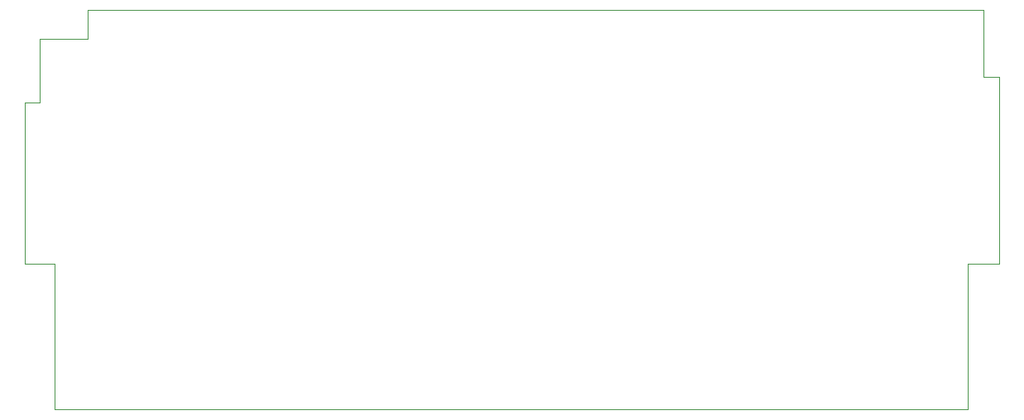
<source format=gbr>
G04 #@! TF.GenerationSoftware,KiCad,Pcbnew,(2016-12-22 revision d365dc590)-master*
G04 #@! TF.CreationDate,2016-12-28T11:12:27+01:00*
G04 #@! TF.ProjectId,mojo-nes,6D6F6A6F2D6E65732E6B696361645F70,rev?*
G04 #@! TF.FileFunction,Profile,NP*
%FSLAX46Y46*%
G04 Gerber Fmt 4.6, Leading zero omitted, Abs format (unit mm)*
G04 Created by KiCad (PCBNEW (2016-12-22 revision d365dc590)-master) date Wed Dec 28 11:12:27 2016*
%MOMM*%
%LPD*%
G01*
G04 APERTURE LIST*
%ADD10C,0.100000*%
G04 APERTURE END LIST*
D10*
X190576200Y-91389200D02*
X98856800Y-91389200D01*
X190576200Y-97967800D02*
X190576200Y-91389200D01*
X190576200Y-98247200D02*
X190576200Y-97967800D01*
X192176400Y-98247200D02*
X190576200Y-98247200D01*
X192176400Y-117348000D02*
X192176400Y-98247200D01*
X188976000Y-117348000D02*
X192176400Y-117348000D01*
X188976000Y-132283200D02*
X188976000Y-117348000D01*
X98856800Y-94361000D02*
X98856800Y-91389200D01*
X93954600Y-94361000D02*
X98856800Y-94361000D01*
X93954600Y-100888800D02*
X93954600Y-94361000D01*
X92456000Y-100888800D02*
X93954600Y-100888800D01*
X92456000Y-117348000D02*
X92456000Y-100888800D01*
X95504000Y-117348000D02*
X92456000Y-117348000D01*
X95504000Y-132283200D02*
X95504000Y-117348000D01*
X188976000Y-132283200D02*
X95504000Y-132283200D01*
M02*

</source>
